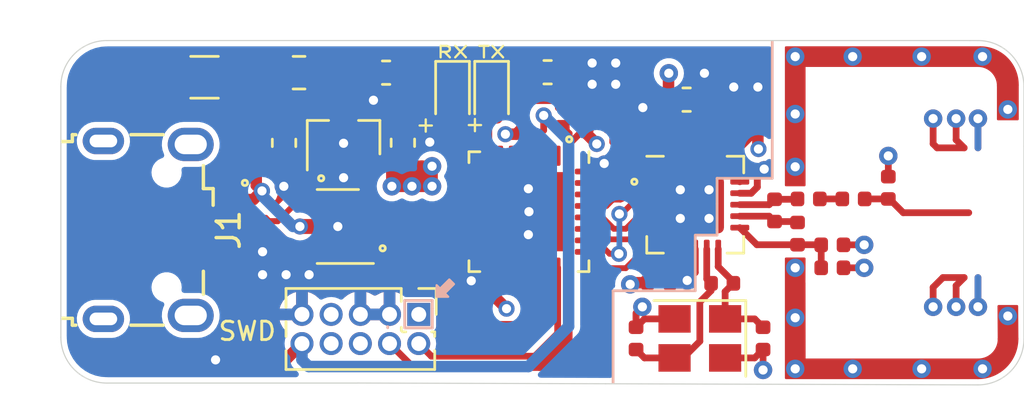
<source format=kicad_pcb>
(kicad_pcb (version 20211014) (generator pcbnew)
  (layers (0 "F.Cu" signal) (31 "B.Cu" signal) (34 "B.Paste" user) (35 "F.Paste" user) (36 "B.SilkS" user "B.Silkscreen") (37 "F.SilkS" user "F.Silkscreen") (38 "B.Mask" user) (39 "F.Mask" user) (44 "Edge.Cuts" user))
  (net 0 "")
  (net 1 "Net-(C1-Pad1)")
  (net 2 "GND")
  (net 3 "+3V3")
  (net 4 "Net-(D1-Pad1)")
  (net 5 "Net-(D1-Pad2)")
  (net 6 "Net-(D2-Pad1)")
  (net 7 "Net-(D2-Pad2)")
  (net 8 "Net-(F1-Pad1)")
  (net 9 "+5V")
  (net 10 "Net-(R1-Pad1)")
  (net 11 "/USB_CONN_D-")
  (net 12 "/USB_CONN_D+")
  (footprint "Package_DFN_QFN:QFN-32-1EP_5x5mm_P0.5mm_EP3.45x3.45mm" (layer "F.Cu") (at 155.015 84.205 -90)
    (fp_text reference "U3")
    (fp_text value "STM32L432KBU6")
  )
  (footprint "Resistor_SMD:R_0402_1005Metric" (layer "F.Cu") (at 158.565 80.015 90)
    (fp_text reference "R1")
    (fp_text value "2k2")
  )
  (footprint "LED_SMD:LED_0603_1608Metric" (layer "F.Cu") (at 153.39 79.1425 -90)
    (fp_text reference "D2")
    (fp_text value "YE")
  )
  (footprint "Fuse:Fuse_1206_3216Metric" (layer "F.Cu") (at 140.9 78.35 180)
    (fp_text reference "F1")
    (fp_text value "100mA")
  )
  (footprint "Resistor_SMD:R_0402_1005Metric" (layer "F.Cu") (at 163.425 87.325)
    (fp_text reference "R5")
    (fp_text value "1M")
  )
  (footprint "Package_TO_SOT_SMD:SOT-23" (layer "F.Cu") (at 146.95 80.99 90)
    (fp_text reference "U1")
    (fp_text value "XC6206P332MR")
  )
  (footprint "Resistor_SMD:R_0603_1608Metric" (layer "F.Cu") (at 155.8275 78.13)
    (fp_text reference "R3")
    (fp_text value "2k2")
  )
  (footprint "Inductor_SMD:L_0402_1005Metric" (layer "F.Cu") (at 166.7 85.16 90)
    (fp_text reference "L3")
    (fp_text value "2n7")
  )
  (footprint "Capacitor_SMD:C_0402_1005Metric" (layer "F.Cu") (at 142.785 90.66 180)
    (fp_text reference "C3")
    (fp_text value "100n" hide)
  )
  (footprint "Capacitor_SMD:C_0402_1005Metric" (layer "F.Cu") (at 160.465 80.625 180)
    (fp_text reference "C12")
    (fp_text value "33n")
  )
  (footprint "Capacitor_SMD:C_0402_1005Metric" (layer "F.Cu") (at 165.2 89.725 -90)
    (fp_text reference "C13")
    (fp_text value "12p")
  )
  (footprint "Package_DFN_QFN:QFN-20-1EP_4x4mm_P0.5mm_EP2.5x2.5mm" (layer "F.Cu") (at 162.25 83.9)
    (fp_text reference "U4")
    (fp_text value "nRF24L01P")
  )
  (footprint "Capacitor_SMD:C_0402_1005Metric" (layer "F.Cu") (at 156.465 80.02 90)
    (fp_text reference "C5")
    (fp_text value "100n")
  )
  (footprint "Capacitor_SMD:C_0603_1608Metric" (layer "F.Cu") (at 144.36 81.2075 -90)
    (fp_text reference "C1")
    (fp_text value "10u")
  )
  (footprint "Capacitor_SMD:C_0402_1005Metric" (layer "F.Cu") (at 169.135 83.65 180)
    (fp_text reference "C15")
    (fp_text value "1p5")
  )
  (footprint "Capacitor_SMD:C_0402_1005Metric" (layer "F.Cu") (at 159.675 89.725 90)
    (fp_text reference "C14")
    (fp_text value "12p")
  )
  (footprint "LED_SMD:LED_0603_1608Metric" (layer "F.Cu") (at 151.69 79.1425 -90)
    (fp_text reference "D1")
    (fp_text value "GR")
  )
  (footprint "Package_TO_SOT_SMD:SOT-23-6" (layer "F.Cu") (at 146.7 84.85 180)
    (fp_text reference "U2")
    (fp_text value "USBLC6-2SC6")
  )
  (footprint "Inductor_SMD:L_0402_1005Metric" (layer "F.Cu") (at 167.185 83.65)
    (fp_text reference "L1")
    (fp_text value "3n9")
  )
  (footprint "Crystal:Crystal_SMD_3225-4Pin_3.2x2.5mm" (layer "F.Cu") (at 162.45 89.725 180)
    (fp_text reference "Y1")
    (fp_text value "16MHz")
  )
  (footprint "Capacitor_SMD:C_0402_1005Metric" (layer "F.Cu") (at 152.99 87.88 180)
    (fp_text reference "C6")
    (fp_text value "100n")
  )
  (footprint "Connector_PinHeader_1.27mm:PinHeader_2x05_P1.27mm_Vertical" (layer "F.Cu") (at 150.22 88.68 -90)
    (fp_text reference "J3")
    (fp_text value "ARM 10pin" hide)
  )
  (footprint "Capacitor_SMD:C_0402_1005Metric" (layer "F.Cu") (at 168.215 85.65 180)
    (fp_text reference "C18")
    (fp_text value "4p7")
  )
  (footprint "Connector_USB:USB_Micro-B_Wuerth_629105150521" (layer "F.Cu") (at 138.45 85 -90)
    (fp_text reference "J1")
    (fp_text value "USB_B_Micro")
  )
  (footprint "Capacitor_SMD:C_0603_1608Metric" (layer "F.Cu") (at 149.53 81.2025 90)
    (fp_text reference "C2")
    (fp_text value "10u")
  )
  (footprint "Capacitor_SMD:C_0402_1005Metric" (layer "F.Cu") (at 164.975 80.165 90)
    (fp_text reference "C10")
    (fp_text value "10n")
  )
  (footprint "Capacitor_SMD:C_0402_1005Metric" (layer "F.Cu") (at 160.665 87.3)
    (fp_text reference "C9")
    (fp_text value "10n")
  )
  (footprint "Capacitor_SMD:C_0402_1005Metric" (layer "F.Cu") (at 154.79 80.02 90)
    (fp_text reference "C7")
    (fp_text value "100n")
  )
  (footprint "Capacitor_SMD:C_0603_1608Metric" (layer "F.Cu") (at 161.875 79.325)
    (fp_text reference "C8")
    (fp_text value "10u")
  )
  (footprint "Inductor_SMD:L_0402_1005Metric" (layer "F.Cu") (at 165.7 84.15 -90)
    (fp_text reference "L2")
    (fp_text value "8n2")
  )
  (footprint "Inductor_SMD:L_0805_2012Metric" (layer "F.Cu") (at 145.0125 78.15 180)
    (fp_text reference "FB1")
    (fp_text value "100 @ 100MHz")
  )
  (footprint "Resistor_SMD:R_0402_1005Metric" (layer "F.Cu") (at 163.925 80.16 90)
    (fp_text reference "R4")
    (fp_text value "22k")
  )
  (footprint "Capacitor_SMD:C_0402_1005Metric" (layer "F.Cu") (at 168.215 86.65 180)
    (fp_text reference "C17")
    (fp_text value "2n2")
  )
  (footprint "Capacitor_SMD:C_0402_1005Metric" (layer "F.Cu") (at 170.65 83.165 -90)
    (fp_text reference "C16")
    (fp_text value "1p")
  )
  (footprint "Resistor_SMD:R_0603_1608Metric" (layer "F.Cu") (at 148.8 78.15 180)
    (fp_text reference "R2")
    (fp_text value "2k2")
  )
  (footprint "Capacitor_SMD:C_0402_1005Metric" (layer "F.Cu") (at 162.425 80.625)
    (fp_text reference "C11")
    (fp_text value "10n")
  )
  (footprint "Capacitor_SMD:C_0402_1005Metric" (layer "F.Cu") (at 157.515 80.02 90)
    (fp_text reference "C4")
    (fp_text value "1u")
  )
  (gr_poly (pts (xy 176.26 89.75) (xy 175.46 89.75) (xy 175.45 88.32) (xy 176.25 88.32)) (layer "F.Cu") (width 0.1) (fill solid))
  (gr_arc (start 174.55 77.825) (mid 175.186396 78.088604) (end 175.45 78.725) (layer "F.Cu") (width 0.15))
  (gr_poly (pts (xy 174.65 77.85) (xy 167 77.85) (xy 167 83.05) (xy 166.2 83.05) (xy 166.2 77.05) (xy 174.65 77.05)) (layer "F.Cu") (width 0.1) (fill solid))
  (gr_arc (start 174.65 77.075) (mid 175.781371 77.543629) (end 176.25 78.675) (layer "F.Cu") (width 0.15))
  (gr_poly (pts (xy 167.0025 90.65) (xy 174.55 90.65) (xy 174.55 91.45) (xy 166.2 91.45) (xy 166.2 88.75) (xy 166.2 88.1) (xy 166.2 86.25) (xy 167 86.25) (xy 166.995 87.3) (xy 166.9975 87.3)) (layer "F.Cu") (width 0.1) (fill solid))
  (gr_arc (start 175.47 89.75) (mid 175.203467 90.393467) (end 174.56 90.66) (layer "F.Cu") (width 0.12))
  (gr_poly (pts (xy 174.925 77.15) (xy 175.5 77.375) (xy 175.975 77.825) (xy 176.175 78.25) (xy 176.175 78.65) (xy 175.5 78.65) (xy 175.475 78.475) (xy 175.3 78.125) (xy 174.975 77.9) (xy 174.6 77.775) (xy 174.65 77.1)) (layer "F.Cu") (width 0.1) (fill solid))
  (gr_poly (pts (xy 176.21 90) (xy 176.11 90.37) (xy 175.74 90.95) (xy 174.98 91.35) (xy 174.59 91.38) (xy 174.6 90.73) (xy 174.6 90.72) (xy 174.96 90.63) (xy 175.33 90.33) (xy 175.52 89.86) (xy 175.51 89.78) (xy 176.2 89.77)) (layer "F.Cu") (width 0.1) (fill solid))
  (gr_arc (start 176.25 89.74) (mid 175.752082 90.942082) (end 174.55 91.44) (layer "F.Cu") (width 0.12))
  (gr_poly (pts (xy 176.275 80.175) (xy 175.425 80.175) (xy 175.425 78.7) (xy 176.275 78.7)) (layer "F.Cu") (width 0.1) (fill solid))
  (gr_line (start 162.25 85.675) (end 162.25 87.65) (layer "B.SilkS") (width 0.12))
  (gr_line (start 165.6 82.75) (end 164.3 82.75) (layer "B.SilkS") (width 0.12))
  (gr_line (start 150.56 89.27) (end 149.61 89.27) (layer "B.SilkS") (width 0.12))
  (gr_line (start 158.675 87.65) (end 159.025 87.65) (layer "B.SilkS") (width 0.12))
  (gr_line (start 162.25 87.65) (end 160.2 87.65) (layer "B.SilkS") (width 0.12))
  (gr_line (start 164.275 82.75) (end 163.2 82.75) (layer "B.SilkS") (width 0.12))
  (gr_line (start 150.81 89.27) (end 150.56 89.27) (layer "B.SilkS") (width 0.12))
  (gr_line (start 165.6 76.8) (end 165.6 81.975) (layer "B.SilkS") (width 0.12))
  (gr_line (start 150.81 88.07) (end 150.81 88.42) (layer "B.SilkS") (width 0.12))
  (gr_line (start 150.81 88.42) (end 150.81 89.27) (layer "B.SilkS") (width 0.12))
  (gr_line (start 159.05 87.65) (end 160.2 87.65) (layer "B.SilkS") (width 0.12))
  (gr_line (start 149.61 89.22) (end 149.61 88.07) (layer "B.SilkS") (width 0.12))
  (gr_line (start 163.175 85.225) (end 162.575 85.225) (layer "B.SilkS") (width 0.12))
  (gr_line (start 165.6 82) (end 165.6 82.75) (layer "B.SilkS") (width 0.12))
  (gr_line (start 149.61 88.07) (end 150.81 88.07) (layer "B.SilkS") (width 0.12))
  (gr_line (start 163.2 84.975) (end 163.2 85.225) (layer "B.SilkS") (width 0.12))
  (gr_line (start 162.25 85.225) (end 162.25 85.675) (layer "B.SilkS") (width 0.12))
  (gr_line (start 158.675 87.65) (end 158.675 91.65) (layer "B.SilkS") (width 0.12))
  (gr_line (start 163.2 83.875) (end 163.2 84.975) (layer "B.SilkS") (width 0.12))
  (gr_poly (pts (xy 151.75 87.36) (xy 151.35 87.76) (xy 151.5 87.91) (xy 151 87.91) (xy 151 87.41) (xy 151.15 87.56) (xy 151.55 87.16)) (layer "B.SilkS") (width 0.1) (fill solid))
  (gr_line (start 163.2 82.75) (end 163.2 83.85) (layer "B.SilkS") (width 0.12))
  (gr_line (start 148.87 89.26) (end 148.87 89.21) (layer "B.SilkS") (width 0.12))
  (gr_line (start 162.55 85.225) (end 162.275 85.225) (layer "B.SilkS") (width 0.12))
  (gr_circle (center 145.975 82.75) (end 146 82.8) (layer "F.SilkS") (width 0.12) (fill none))
  (gr_circle (center 142.655901 82.95) (end 142.680901 83) (layer "F.SilkS") (width 0.12) (fill none))
  (gr_circle (center 156.765 81.055) (end 156.79 81.105) (layer "F.SilkS") (width 0.12) (fill none))
  (gr_circle (center 159.6 82.9) (end 159.625 82.95) (layer "F.SilkS") (width 0.12) (fill none))
  (gr_circle (center 148.65 85.8) (end 148.675 85.85) (layer "F.SilkS") (width 0.12) (fill none))
  (gr_arc (start 134.65 78.75) (mid 135.235786 77.335786) (end 136.65 76.75) (layer "Edge.Cuts") (width 0.05))
  (gr_line (start 147.55 91.67) (end 136.65 91.67) (layer "Edge.Cuts") (width 0.05))
  (gr_line (start 134.65 78.75) (end 134.65 89.67) (layer "Edge.Cuts") (width 0.05))
  (gr_line (start 176.55 84.25) (end 176.55 89.75) (layer "Edge.Cuts") (width 0.05))
  (gr_line (start 153.85 76.75) (end 158.4 76.75) (layer "Edge.Cuts") (width 0.05))
  (gr_arc (start 174.55 76.75) (mid 175.964214 77.335786) (end 176.55 78.75) (layer "Edge.Cuts") (width 0.05))
  (gr_line (start 176.55 84.25) (end 176.55 81.35) (layer "Edge.Cuts") (width 0.05))
  (gr_arc (start 136.65 91.67) (mid 135.235786 91.084214) (end 134.65 89.67) (layer "Edge.Cuts") (width 0.05))
  (gr_line (start 158.4 76.75) (end 174.2 76.75) (layer "Edge.Cuts") (width 0.05))
  (gr_arc (start 176.55 89.75) (mid 175.964214 91.164214) (end 174.55 91.75) (layer "Edge.Cuts") (width 0.05))
  (gr_line (start 174.2 76.75) (end 174.55 76.75) (layer "Edge.Cuts") (width 0.05))
  (gr_line (start 158.35 91.7) (end 147.55 91.668455) (layer "Edge.Cuts") (width 0.05))
  (gr_line (start 176.55 81.35) (end 176.55 78.75) (layer "Edge.Cuts") (width 0.05))
  (gr_line (start 174.55 91.75) (end 158.35 91.7) (layer "Edge.Cuts") (width 0.05))
  (gr_line (start 153.85 76.75) (end 136.65 76.75) (layer "Edge.Cuts") (width 0.05))
  (gr_text "SWD" (at 142.76 89.41) (layer "F.SilkS") (effects (font (size 0.8 0.8) (thickness 0.125))))
  (gr_text "+" (at 150.525 80.4) (layer "F.SilkS") (effects (font (size 0.7 0.7) (thickness 0.1))))
  (gr_text "+" (at 152.665 80.38) (layer "F.SilkS") (effects (font (size 0.7 0.7) (thickness 0.1))))
  (gr_text "TX" (at 153.39 77.255) (layer "F.SilkS") (effects (font (size 0.5 0.7) (thickness 0.1))))
  (gr_text "RX" (at 151.69 77.255) (layer "F.SilkS") (effects (font (size 0.5 0.7) (thickness 0.1))))
  (segment (start 158.162501 86.665001) (end 157.4525 85.955) (width 0.25) (layer "F.Cu") (net 0))
  (segment (start 165.7 84.635) (end 166.66 84.635) (width 0.29337) (layer "F.Cu") (net 0))
  (segment (start 164.1875 83.9) (end 165.465 83.9) (width 0.29337) (layer "F.Cu") (net 0))
  (segment (start 163.25 81.32) (end 163.925 80.645) (width 0.3) (layer "F.Cu") (net 0))
  (segment (start 158.074432 84.955) (end 158.529432 85.41) (width 0.25) (layer "F.Cu") (net 0))
  (segment (start 155.049601 87.601314) (end 155.11301 87.579126) (width 0.261112) (layer "F.Cu") (net 0))
  (segment (start 155.474364 90.99338) (end 149.99338 90.99338) (width 0.29337) (layer "F.Cu") (net 0))
  (segment (start 149.312845 84.617844) (end 150.876164 84.617844) (width 0.261112) (layer "F.Cu") (net 0))
  (segment (start 162.75 87.135) (end 162.94 87.325) (width 0.29337) (layer "F.Cu") (net 0))
  (segment (start 150.876164 84.617844) (end 151.652156 85.393836) (width 0.261112) (layer "F.Cu") (net 0))
  (segment (start 154.751641 87.674286) (end 154.808522 87.638545) (width 0.261112) (layer "F.Cu") (net 0))
  (segment (start 154.871931 88.201314) (end 154.808522 88.179126) (width 0.261112) (layer "F.Cu") (net 0))
  (segment (start 156.265 89.505) (end 156.265 86.6425) (width 0.29337) (layer "F.Cu") (net 0))
  (segment (start 157.4525 84.455) (end 158.210842 84.455) (width 0.25) (layer "F.Cu") (net 0))
  (segment (start 147.8 85.8) (end 148.595001 85.8) (width 0.261112) (layer "F.Cu") (net 0))
  (segment (start 155.169891 88.274286) (end 155.11301 88.238545) (width 0.261112) (layer "F.Cu") (net 0))
  (segment (start 154.638687 87.908836) (end 154.646209 87.842079) (width 0.261112) (layer "F.Cu") (net 0))
  (segment (start 155.656275 80.657623) (end 155.656275 80.012975) (width 0.29337) (layer "F.Cu") (net 0))
  (segment (start 163.25 81.9625) (end 163.25 81.32) (width 0.3) (layer "F.Cu") (net 0))
  (segment (start 155.275323 88.442079) (end 155.253135 88.37867) (width 0.261112) (layer "F.Cu") (net 0))
  (segment (start 155.11301 87.579126) (end 155.169891 87.543385) (width 0.261112) (layer "F.Cu") (net 0))
  (segment (start 152.216164 89.097844) (end 154.693836 89.097844) (width 0.261112) (layer "F.Cu") (net 0))
  (segment (start 155.275323 87.375592) (end 155.282844 87.308836) (width 0.261112) (layer "F.Cu") (net 0))
  (segment (start 155.27 90.5) (end 156.265 89.505) (width 0.29337) (layer "F.Cu") (net 0))
  (segment (start 157.938022 85.455) (end 158.523022 86.04) (width 0.25) (layer "F.Cu") (net 0))
  (segment (start 158.529432 85.41) (end 159.8025 85.41) (width 0.25) (layer "F.Cu") (net 0))
  (segment (start 155.265 81.048898) (end 155.656275 80.657623) (width 0.29337) (layer "F.Cu") (net 0))
  (segment (start 155.747156 86.660344) (end 155.765 86.6425) (width 0.261112) (layer "F.Cu") (net 0))
  (segment (start 149.99338 90.99338) (end 148.95 89.95) (width 0.29337) (layer "F.Cu") (net 0))
  (segment (start 155.282844 88.508836) (end 155.275323 88.442079) (width 0.261112) (layer "F.Cu") (net 0))
  (segment (start 144.43 90.66) (end 145.14 89.95) (width 0.5) (layer "F.Cu") (net 0))
  (segment (start 165.465 84.4) (end 165.7 84.635) (width 0.29337) (layer "F.Cu") (net 0))
  (segment (start 148.595001 83.9) (end 149.312845 84.617844) (width 0.261112) (layer "F.Cu") (net 0))
  (segment (start 159.9 84.4) (end 160.3125 84.4) (width 0.25) (layer "F.Cu") (net 0))
  (segment (start 163.91 87.325) (end 163.9 87.325) (width 0.29337) (layer "F.Cu") (net 0))
  (segment (start 164.835 88.875) (end 165.2 89.24) (width 0.29337) (layer "F.Cu") (net 0))
  (segment (start 155.282844 87.308836) (end 155.282844 86.660344) (width 0.261112) (layer "F.Cu") (net 0))
  (segment (start 169.62 83.65) (end 170.65 83.65) (width 0.29337) (layer "F.Cu") (net 0))
  (segment (start 163.55 87.685) (end 163.91 87.325) (width 0.29337) (layer "F.Cu") (net 0))
  (segment (start 160.04 90.575) (end 159.675 90.21) (width 0.29337) (layer "F.Cu") (net 0))
  (segment (start 161.725 90.575) (end 161.35 90.575) (width 0.29337) (layer "F.Cu") (net 0))
  (segment (start 159.015905 83.654999) (end 158.990885 83.680019) (width 0.25) (layer "F.Cu") (net 0))
  (segment (start 161.35 90.575) (end 161.574035 90.575) (width 0.29337) (layer "F.Cu") (net 0))
  (segment (start 154.704138 88.095882) (end 154.668397 88.039001) (width 0.261112) (layer "F.Cu") (net 0))
  (segment (start 148.595001 85.8) (end 149.312845 85.082156) (width 0.261112) (layer "F.Cu") (net 0))
  (segment (start 160.3125 83.4) (end 159.51 83.4) (width 0.25) (layer "F.Cu") (net 0))
  (segment (start 159.51 83.4) (end 159.5 83.41) (width 0.25) (layer "F.Cu") (net 0))
  (segment (start 158.705842 84.95) (end 159.229931 84.95) (width 0.25) (layer "F.Cu") (net 0))
  (segment (start 158.990885 83.680019) (end 158.662801 83.680019) (width 0.25) (layer "F.Cu") (net 0))
  (segment (start 150.77 90.5) (end 150.22 89.95) (width 0.29337) (layer "F.Cu") (net 0))
  (segment (start 158.25141 83.455) (end 158.476399 83.230011) (width 0.25) (layer "F.Cu") (net 0))
  (segment (start 155.747156 88.701164) (end 155.747156 86.660344) (width 0.261112) (layer "F.Cu") (net 0))
  (segment (start 162.45 88.135) (end 162.94 87.645) (width 0.29337) (layer "F.Cu") (net 0))
  (segment (start 163.55 88.875) (end 164.835 88.875) (width 0.29337) (layer "F.Cu") (net 0))
  (segment (start 158.38782 83.955) (end 158.662801 83.680019) (width 0.25) (layer "F.Cu") (net 0))
  (segment (start 147.8 83.9) (end 148.595001 83.9) (width 0.261112) (layer "F.Cu") (net 0))
  (segment (start 155.169891 87.543385) (end 155.217394 87.495882) (width 0.261112) (layer "F.Cu") (net 0))
  (segment (start 151.187844 88.726164) (end 152.023836 89.562156) (width 0.261112) (layer "F.Cu") (net 0))
  (segment (start 164.9325 85.645) (end 164.1875 84.9) (width 0.29337) (layer "F.Cu") (net 0))
  (segment (start 154.751641 88.143385) (end 154.704138 88.095882) (width 0.261112) (layer "F.Cu") (net 0))
  (segment (start 161.35 90.575) (end 160.04 90.575) (width 0.29337) (layer "F.Cu") (net 0))
  (segment (start 157.4525 83.955) (end 158.38782 83.955) (width 0.25) (layer "F.Cu") (net 0))
  (segment (start 162.94 87.645) (end 162.94 87.325) (width 0.29337) (layer "F.Cu") (net 0))
  (segment (start 150.683836 85.082156) (end 151.187844 85.586164) (width 0.261112) (layer "F.Cu") (net 0))
  (segment (start 158.804484 83.23001) (end 159.134494 82.9) (width 0.25) (layer "F.Cu") (net 0))
  (segment (start 154.886164 89.562156) (end 155.747156 88.701164) (width 0.261112) (layer "F.Cu") (net 0))
  (segment (start 167.67 83.65) (end 168.65 83.65) (width 0.29337) (layer "F.Cu") (net 0))
  (segment (start 160.057502 85.8375) (end 159.230001 86.665001) (width 0.25) (layer "F.Cu") (net 0))
  (segment (start 167.725 85.645) (end 167.73 85.65) (width 0.29337) (layer "F.Cu") (net 0))
  (segment (start 164.1875 84.4) (end 165.465 84.4) (width 0.29337) (layer "F.Cu") (net 0))
  (segment (start 159.055001 83.654999) (end 159.015905 83.654999) (width 0.25) (layer "F.Cu") (net 0))
  (segment (start 161.75 81.9625) (end 161.75 81.458586) (width 0.3) (layer "F.Cu") (net 0))
  (segment (start 159.5 83.41) (end 159.3 83.41) (width 0.25) (layer "F.Cu") (net 0))
  (segment (start 154.938687 88.208836) (end 154.871931 88.201314) (width 0.261112) (layer "F.Cu") (net 0))
  (segment (start 171.3 84.25) (end 174.15 84.25) (width 0.29337) (layer "F.Cu") (net 0))
  (segment (start 151.652156 85.393836) (end 151.652156 88.533836) (width 0.261112) (layer "F.Cu") (net 0))
  (segment (start 162.45 89.85) (end 161.725 90.575) (width 0.29337) (layer "F.Cu") (net 0))
  (segment (start 154.668397 88.039001) (end 154.646209 87.975592) (width 0.261112) (layer "F.Cu") (net 0))
  (segment (start 152.023836 89.562156) (end 154.886164 89.562156) (width 0.261112) (layer "F.Cu") (net 0))
  (segment (start 163.25 85.85) (end 163.25 85.8375) (width 0.29337) (layer "F.Cu") (net 0))
  (segment (start 154.646209 87.842079) (end 154.668397 87.77867) (width 0.261112) (layer "F.Cu") (net 0))
  (segment (start 155.282844 86.660344) (end 155.265 86.6425) (width 0.261112) (layer "F.Cu") (net 0))
  (segment (start 167.73 85.65) (end 167.73 86.65) (width 0.29337) (layer "F.Cu") (net 0))
  (segment (start 163.435 88.76) (end 163.55 88.875) (width 0.29337) (layer "F.Cu") (net 0))
  (segment (start 149.312845 85.082156) (end 150.683836 85.082156) (width 0.261112) (layer "F.Cu") (net 0))
  (segment (start 155.253135 87.439001) (end 155.275323 87.375592) (width 0.261112) (layer "F.Cu") (net 0))
  (segment (start 151.652156 88.533836) (end 152.216164 89.097844) (width 0.261112) (layer "F.Cu") (net 0))
  (segment (start 163.55 88.875) (end 163.55 87.685) (width 0.29337) (layer "F.Cu") (net 0))
  (segment (start 155.049601 88.216357) (end 154.982844 88.208836) (width 0.261112) (layer "F.Cu") (net 0))
  (segment (start 166.7 85.645) (end 164.9325 85.645) (width 0.29337) (layer "F.Cu") (net 0))
  (segment (start 161.25 85.8375) (end 160.057502 85.8375) (width 0.25) (layer "F.Cu") (net 0))
  (segment (start 163.91 87.325) (end 163.91 87.26) (width 0.29337) (layer "F.Cu") (net 0))
  (segment (start 156.765 89.702744) (end 156.765 86.6425) (width 0.29337) (layer "F.Cu") (net 0))
  (segment (start 170.7 83.65) (end 170.65 83.65) (width 0.29337) (layer "F.Cu") (net 0))
  (segment (start 155.217394 87.495882) (end 155.253135 87.439001) (width 0.261112) (layer "F.Cu") (net 0))
  (segment (start 160.95 80.658586) (end 160.95 80.625) (width 0.3) (layer "F.Cu") (net 0))
  (segment (start 166.7 85.645) (end 167.725 85.645) (width 0.29337) (layer "F.Cu") (net 0))
  (segment (start 155.253135 88.37867) (end 155.217394 88.321789) (width 0.261112) (layer "F.Cu") (net 0))
  (segment (start 154.938687 87.608836) (end 154.982844 87.608836) (width 0.261112) (layer "F.Cu") (net 0))
  (segment (start 162.75 85.8375) (end 162.75 87.135) (width 0.29337) (layer "F.Cu") (net 0))
  (segment (start 159.779931 84.4) (end 159.9 84.4) (width 0.25) (layer "F.Cu") (net 0))
  (segment (start 165.465 83.9) (end 165.7 83.665) (width 0.29337) (layer "F.Cu") (net 0))
  (segment (start 163.25 86.59338) (end 163.25 85.8375) (width 0.29337) (layer "F.Cu") (net 0))
  (segment (start 157.4525 84.955) (end 158.074432 84.955) (width 0.25) (layer "F.Cu") (net 0))
  (segment (start 155.217394 88.321789) (end 155.169891 88.274286) (width 0.261112) (layer "F.Cu") (net 0))
  (segment (start 159.134494 82.9) (end 160.3125 82.9) (width 0.25) (layer "F.Cu") (net 0))
  (segment (start 154.646209 87.975592) (end 154.638687 87.908836) (width 0.261112) (layer "F.Cu") (net 0))
  (segment (start 159.229931 84.95) (end 159.779931 84.4) (width 0.25) (layer "F.Cu") (net 0))
  (segment (start 154.808522 87.638545) (end 154.871931 87.616357) (width 0.261112) (layer "F.Cu") (net 0))
  (segment (start 151.187844 85.586164) (end 151.187844 88.726164) (width 0.261112) (layer "F.Cu") (net 0))
  (segment (start 155.11301 88.238545) (end 155.049601 88.216357) (width 0.261112) (layer "F.Cu") (net 0))
  (segment (start 154.693836 89.097844) (end 155.282844 88.508836) (width 0.261112) (layer "F.Cu") (net 0))
  (segment (start 158.476399 83.230011) (end 158.804484 83.23001) (width 0.25) (layer "F.Cu") (net 0))
  (segment (start 158.523022 86.04) (end 158.93 86.04) (width 0.25) (layer "F.Cu") (net 0))
  (segment (start 154.871931 87.616357) (end 154.938687 87.608836) (width 0.261112) (layer "F.Cu") (net 0))
  (segment (start 154.982844 87.608836) (end 155.049601 87.601314) (width 0.261112) (layer "F.Cu") (net 0))
  (segment (start 158.210842 84.455) (end 158.705842 84.95) (width 0.25) (layer "F.Cu") (net 0))
  (segment (start 154.668397 87.77867) (end 154.704138 87.721789) (width 0.261112) (layer "F.Cu") (net 0))
  (segment (start 159.230001 86.665001) (end 158.162501 86.665001) (width 0.25) (layer "F.Cu") (net 0))
  (segment (start 157.4525 83.455) (end 158.25141 83.455) (width 0.25) (layer "F.Cu") (net 0))
  (segment (start 159.3 83.41) (end 159.055001 83.654999) (width 0.25) (layer "F.Cu") (net 0))
  (segment (start 159.44641 83.9) (end 159.041391 84.305019) (width 0.25) (layer "F.Cu") (net 0))
  (segment (start 159.8025 85.41) (end 160.3125 84.9) (width 0.25) (layer "F.Cu") (net 0))
  (segment (start 163.91 87.26) (end 163.25 86.6) (width 0.29337) (layer "F.Cu") (net 0))
  (segment (start 165.7 83.665) (end 166.685 83.665) (width 0.29337) (layer "F.Cu") (net 0))
  (segment (start 171.3 84.25) (end 170.7 83.65) (width 0.29337) (layer "F.Cu") (net 0))
  (segment (start 162.45 89.85) (end 162.45 88.135) (width 0.29337) (layer "F.Cu") (net 0))
  (segment (start 154.704138 87.721789) (end 154.751641 87.674286) (width 0.261112) (layer "F.Cu") (net 0))
  (segment (start 166.66 84.635) (end 166.7 84.675) (width 0.29337) (layer "F.Cu") (net 0))
  (segment (start 160.3125 83.9) (end 159.44641 83.9) (width 0.25) (layer "F.Cu") (net 0))
  (segment (start 155.474364 90.99338) (end 156.765 89.702744) (width 0.29337) (layer "F.Cu") (net 0))
  (segment (start 155.265 81.7675) (end 155.265 81.048898) (width 0.29337) (layer "F.Cu") (net 0))
  (segment (start 161.75 81.458586) (end 160.95 80.658586) (width 0.3) (layer "F.Cu") (net 0))
  (segment (start 155.27 90.5) (end 150.77 90.5) (width 0.29337) (layer "F.Cu") (net 0))
  (segment (start 166.685 83.665) (end 166.7 83.65) (width 0.29337) (layer "F.Cu") (net 0))
  (segment (start 163.25 81.9625) (end 163.25 81.82) (width 0.3) (layer "F.Cu") (net 0))
  (segment (start 154.982844 88.208836) (end 154.938687 88.208836) (width 0.261112) (layer "F.Cu") (net 0))
  (segment (start 143.27 90.66) (end 144.43 90.66) (width 0.5) (layer "F.Cu") (net 0))
  (segment (start 154.808522 88.179126) (end 154.751641 88.143385) (width 0.261112) (layer "F.Cu") (net 0))
  (segment (start 159.041391 84.305019) (end 158.94991 84.305019) (width 0.25) (layer "F.Cu") (net 0))
  (segment (start 163.25 86.6) (end 163.25 86.59338) (width 0.29337) (layer "F.Cu") (net 0))
  (segment (start 157.4525 85.455) (end 157.938022 85.455) (width 0.25) (layer "F.Cu") (net 0))
  (via (at 155.656275 80.012975) (size 0.7) (drill 0.4) (layers "F.Cu" "B.Cu") (net 0))
  (via (at 158.93 86.04) (size 0.7) (drill 0.4) (layers "F.Cu" "B.Cu") (net 0))
  (via (at 158.94991 84.305019) (size 0.7) (drill 0.4) (layers "F.Cu" "B.Cu") (net 0))
  (segment (start 154.995 90.95) (end 145.43 90.95) (width 0.5) (layer "B.Cu") (net 0))
  (segment (start 154.995 90.95) (end 156.74 89.205) (width 0.5) (layer "B.Cu") (net 0))
  (segment (start 158.94991 84.305019) (end 158.94991 86.02009) (width 0.25) (layer "B.Cu") (net 0))
  (segment (start 145.43 90.95) (end 145.14 90.66) (width 0.5) (layer "B.Cu") (net 0))
  (segment (start 158.94991 86.02009) (end 158.93 86.04) (width 0.25) (layer "B.Cu") (net 0))
  (segment (start 156.74 81.0967) (end 155.656275 80.012975) (width 0.5) (layer "B.Cu") (net 0))
  (segment (start 156.74 89.205) (end 156.74 81.0967) (width 0.5) (layer "B.Cu") (net 0))
  (segment (start 145.14 90.66) (end 145.14 89.95) (width 0.5) (layer "B.Cu") (net 0))
  (segment (start 146.95 79.99) (end 144.79 79.99) (width 0.75) (layer "F.Cu") (net 1))
  (segment (start 145.95 78.15) (end 145.95 78.99) (width 0.75) (layer "F.Cu") (net 1))
  (segment (start 144.79 79.99) (end 144.36 80.42) (width 0.75) (layer "F.Cu") (net 1))
  (segment (start 145.95 78.99) (end 146.95 79.99) (width 0.75) (layer "F.Cu") (net 1))
  (segment (start 146 81.99) (end 146.215 81.99) (width 0.5) (layer "F.Cu") (net 2))
  (segment (start 143.425 86.95) (end 144.45 86.95) (width 0.5) (layer "F.Cu") (net 2))
  (segment (start 162.91 80.678586) (end 162.91 80.625) (width 0.3) (layer "F.Cu") (net 2))
  (segment (start 162.25 86.85) (end 161.9 87.2) (width 0.3) (layer "F.Cu") (net 2))
  (segment (start 157.94 82.455) (end 158.29 82.105) (width 0.3) (layer "F.Cu") (net 2))
  (segment (start 164.975 78.775) (end 164.975 79.68) (width 0.5) (layer "F.Cu") (net 2))
  (segment (start 157.765 77.73) (end 157.015 77.73) (width 0.5) (layer "F.Cu") (net 2))
  (segment (start 173.025 87.075) (end 172.6 87.5) (width 0.29337) (layer "F.Cu") (net 2))
  (segment (start 152.505 86.0275) (end 152.5775 85.955) (width 0.3) (layer "F.Cu") (net 2))
  (segment (start 162.25 85.8375) (end 162.25 86.85) (width 0.3) (layer "F.Cu") (net 2))
  (segment (start 173.95 87.075) (end 173.025 87.075) (width 0.29337) (layer "F.Cu") (net 2))
  (segment (start 166.6 91.05) (end 166.6 88.825) (width 0.75) (layer "F.Cu") (net 2))
  (segment (start 166.6 79.95) (end 166.6 77.45) (width 0.75) (layer "F.Cu") (net 2))
  (segment (start 152.505 87.88) (end 152.505 87.215) (width 0.3) (layer "F.Cu") (net 2))
  (segment (start 169.1 77.45) (end 172.1 77.45) (width 0.75) (layer "F.Cu") (net 2))
  (segment (start 162.91 79.5725) (end 162.6625 79.325) (width 0.5) (layer "F.Cu") (net 2))
  (segment (start 145.995 81.995) (end 146 81.99) (width 0.75) (layer "F.Cu") (net 2))
  (segment (start 164.95 82.65) (end 165.25 82.35) (width 0.3) (layer "F.Cu") (net 2))
  (segment (start 155.062026 79.262974) (end 154.79 79.535) (width 0.5) (layer "F.Cu") (net 2))
  (segment (start 166.6 86.65) (end 166.6 89.1) (width 0.75) (layer "F.Cu") (net 2))
  (segment (start 143.425 85.95) (end 143.425 86.95) (width 0.5) (layer "F.Cu") (net 2))
  (segment (start 162.6625 78.1875) (end 162.65 78.175) (width 0.5) (layer "F.Cu") (net 2))
  (segment (start 148.0125 78.15) (end 148.0125 79.1125) (width 0.5) (layer "F.Cu") (net 2))
  (segment (start 166.6 91.05) (end 169.1 91.05) (width 0.75) (layer "F.Cu") (net 2))
  (segment (start 149.94 80.415) (end 149.53 80.415) (width 0.75) (layer "F.Cu") (net 2))
  (segment (start 156.465 78.28) (end 156.615 78.13) (width 0.5) (layer "F.Cu") (net 2))
  (segment (start 143.425 85.95) (end 142 85.95) (width 0.5) (layer "F.Cu") (net 2))
  (segment (start 158.565 79.53) (end 158.565 78.88) (width 0.5) (layer "F.Cu") (net 2))
  (segment (start 157.525 79.545) (end 157.515 79.535) (width 0.5) (layer "F.Cu") (net 2))
  (segment (start 142.3 90.66) (end 141.38 90.66) (width 0.5) (layer "F.Cu") (net 2))
  (segment (start 161.8 87.3) (end 161.9 87.2) (width 0.5) (layer "F.Cu") (net 2))
  (segment (start 144.45 86.95) (end 145.45 86.95) (width 0.5) (layer "F.Cu") (net 2))
  (segment (start 168.7 85.65) (end 169.6 85.65) (width 0.29337) (layer "F.Cu") (net 2))
  (segment (start 172.775 81.425) (end 172.6 81.25) (width 0.29337) (layer "F.Cu") (net 2))
  (segment (start 169.1 91.05) (end 172.1 91.05) (width 0.75) (layer "F.Cu") (net 2))
  (segment (start 157.14 78.655) (end 156.615 78.13) (width 0.5) (layer "F.Cu") (net 2))
  (segment (start 164.683378 83.4) (end 164.95001 83.133368) (width 0.3) (layer "F.Cu") (net 2))
  (segment (start 157.765 78.655) (end 157.14 78.655) (width 0.5) (layer "F.Cu") (net 2))
  (segment (start 148.0125 79.1125) (end 148.25 79.35) (width 0.5) (layer "F.Cu") (net 2))
  (segment (start 174.55 81.425) (end 174.55 80.15) (width 0.29337) (layer "F.Cu") (net 2))
  (segment (start 144.35 82.005) (end 144.36 81.995) (width 0.5) (layer "F.Cu") (net 2))
  (segment (start 150.7 81.175) (end 149.94 80.415) (width 0.75) (layer "F.Cu") (net 2))
  (segment (start 173.6 80.15) (end 173.6 81.075) (width 0.29337) (layer "F.Cu") (net 2))
  (segment (start 168.7 86.65) (end 169.6 86.65) (width 0.29337) (layer "F.Cu") (net 2))
  (segment (start 164.835 90.575) (end 165.2 90.21) (width 0.29337) (layer "F.Cu") (net 2))
  (segment (start 146.95 81.225) (end 146.765 81.225) (width 0.5) (layer "F.Cu") (net 2))
  (segment (start 159.98 80.6925) (end 159.98 80.625) (width 0.3) (layer "F.Cu") (net 2))
  (segment (start 159.97 79.67) (end 159.97 80.615) (width 0.5) (layer "F.Cu") (net 2))
  (segment (start 166.6 82.25) (end 166.6 79.95) (width 0.75) (layer "F.Cu") (net 2))
  (segment (start 161.15 87.3) (end 161.8 87.3) (width 0.5) (layer "F.Cu") (net 2))
  (segment (start 156.192974 79.262974) (end 155.062026 79.262974) (width 0.5) (layer "F.Cu") (net 2))
  (segment (start 164.95001 82.75001) (end 164.95 82.75) (width 0.3) (layer "F.Cu") (net 2))
  (segment (start 146.765 81.225) (end 146 81.99) (width 0.5) (layer "F.Cu") (net 2))
  (segment (start 156.465 79.535) (end 156.465 78.28) (width 0.5) (layer "F.Cu") (net 2))
  (segment (start 147.8 84.85) (end 146.7 84.85) (width 0.5) (layer "F.Cu") (net 2))
  (segment (start 162.75 80.785) (end 162.91 80.625) (width 0.3) (layer "F.Cu") (net 2))
  (segment (start 173.6 87.425) (end 173.95 87.075) (width 0.29337) (layer "F.Cu") (net 2))
  (segment (start 144.35 83.1) (end 144.35 82.005) (width 0.5) (layer "F.Cu") (net 2))
  (segment (start 157.4525 82.455) (end 157.94 82.455) (width 0.3) (layer "F.Cu") (net 2))
  (segment (start 173.6 88.35) (end 173.6 87.425) (width 0.29337) (layer "F.Cu") (net 2))
  (segment (start 164.1875 83.4) (end 164.683378 83.4) (width 0.3) (layer "F.Cu") (net 2))
  (segment (start 163.55 90.575) (end 164.835 90.575) (width 0.29337) (layer "F.Cu") (net 2))
  (segment (start 157.515 78.905) (end 157.765 78.655) (width 0.5) (layer "F.Cu") (net 2))
  (segment (start 159.675 89.24) (end 159.675 88.625) (width 0.3) (layer "F.Cu") (net 2))
  (segment (start 144.36 81.995) (end 145.995 81.995) (width 0.75) (layer "F.Cu") (net 2))
  (segment (start 162.6625 79.325) (end 162.6625 78.1875) (width 0.5) (layer "F.Cu") (net 2))
  (segment (start 172.6 87.5) (end 172.6 88.35) (width 0.29337) (layer "F.Cu") (net 2))
  (segment (start 164.95001 83.133368) (end 164.95001 82.75001) (width 0.3) (layer "F.Cu") (net 2))
  (segment (start 141.625489 86.324511) (end 140.35 86.324511) (width 0.5) (layer "F.Cu") (net 2))
  (segment (start 156.465 79.535) (end 156.192974 79.262974) (width 0.5) (layer "F.Cu") (net 2))
  (segment (start 160.04 88.875) (end 159.675 89.24) (width 0.29337) (layer "F.Cu") (net 2))
  (segment (start 146.215 81.99) (end 146.95 82.725) (width 0.5) (layer "F.Cu") (net 2))
  (segment (start 166.6 88.825) (end 166.6 86.65) (width 0.75) (layer "F.Cu") (net 2))
  (segment (start 174.55 87.075) (end 174.55 88.35) (width 0.29337) (layer "F.Cu") (net 2))
  (segment (start 166.6 77.45) (end 169.1 77.45) (width 0.75) (layer "F.Cu") (net 2))
  (segment (start 162.91 80.625) (end 162.91 79.5725) (width 0.5) (layer "F.Cu") (net 2))
  (segment (start 157.015 77.73) (end 156.615 78.13) (width 0.5) (layer "F.Cu") (net 2))
  (segment (start 165.2 90.235) (end 165.2 91.125) (width 0.29337) (layer "F.Cu") (net 2))
  (segment (start 173.95 81.425) (end 172.775 81.425) (width 0.29337) (layer "F.Cu") (net 2))
  (segment (start 170.65 82.68) (end 170.65 81.775) (width 0.29337) (layer "F.Cu") (net 2))
  (segment (start 142 85.95) (end 141.625489 86.324511) (width 0.5) (layer "F.Cu") (net 2))
  (segment (start 163.925 78.775) (end 163.925 79.675) (width 0.5) (layer "F.Cu") (net 2))
  (segment (start 161.15 87.3) (end 161.15 87.35) (width 0.3) (layer "F.Cu") (net 2))
  (segment (start 161.35 88.875) (end 160.04 88.875) (width 0.29337) (layer "F.Cu") (net 2))
  (segment (start 152.505 87.215) (end 152.505 86.0275) (width 0.3) (layer "F.Cu") (net 2))
  (segment (start 159.97 80.615) (end 159.98 80.625) (width 0.5) (layer "F.Cu") (net 2))
  (segment (start 173.6 81.075) (end 173.95 81.425) (width 0.29337) (layer "F.Cu") (net 2))
  (segment (start 162.75 81.9625) (end 162.75 80.785) (width 0.3) (layer "F.Cu") (net 2))
  (segment (start 172.6 81.25) (end 172.6 80.15) (width 0.29337) (layer "F.Cu") (net 2))
  (segment (start 158.565 78.88) (end 158.79 78.655) (width 0.5) (layer "F.Cu") (net 2))
  (segment (start 157.515 79.535) (end 157.515 78.905) (width 0.5) (layer "F.Cu") (net 2))
  (segment (start 156.465 79.535) (end 157.515 79.535) (width 0.5) (layer "F.Cu") (net 2))
  (segment (start 164.95 82.75) (end 164.95 82.65) (width 0.3) (layer "F.Cu") (net 2))
  (via (at 163.925 78.775) (size 0.8) (drill 0.4) (layers "F.Cu" "B.Cu") (net 2))
  (via (at 146.95 82.725) (size 0.8) (drill 0.4) (layers "F.Cu" "B.Cu") (net 2))
  (via (at 141.38 90.66) (size 0.8) (drill 0.4) (layers "F.Cu" "B.Cu") (net 2))
  (via (at 164.975 78.775) (size 0.8) (drill 0.4) (layers "F.Cu" "B.Cu") (net 2))
  (via (at 172.1 77.45) (size 0.8) (drill 0.4) (layers "F.Cu" "B.Cu") (net 2))
  (via (at 143.425 86.95) (size 0.8) (drill 0.4) (layers "F.Cu" "B.Cu") (net 2))
  (via (at 174.75 77.45) (size 0.8) (drill 0.4) (layers "F.Cu" "B.Cu") (net 2))
  (via (at 154.99 83.205) (size 0.8) (drill 0.4) (layers "F.Cu" "B.Cu") (net 2))
  (via (at 172.6 80.15) (size 0.8) (drill 0.4) (layers "F.Cu" "B.Cu") (net 2))
  (via (at 166.6 77.45) (size 0.8) (drill 0.4) (layers "F.Cu" "B.Cu") (net 2))
  (via (at 157.765 78.655) (size 0.8) (drill 0.4) (layers "F.Cu" "B.Cu") (net 2))
  (via (at 175.85 79.75) (size 0.8) (drill 0.4) (layers "F.Cu" "B.Cu") (net 2))
  (via (at 166.6 86.65) (size 0.8) (drill 0.4) (layers "F.Cu" "B.Cu") (net 2))
  (via (at 146.7 84.85) (size 0.7) (drill 0.4) (layers "F.Cu" "B.Cu") (net 2))
  (via (at 175.85 88.75) (size 0.8) (drill 0.4) (layers "F.Cu" "B.Cu") (net 2))
  (via (at 174.55 88.35) (size 0.8) (drill 0.4) (layers "F.Cu" "B.Cu") (net 2))
  (via (at 169.6 85.65) (size 0.8) (drill 0.4) (layers "F.Cu" "B.Cu") (net 2))
  (via (at 165.2 91.1) (size 0.8) (drill 0.4) (layers "F.Cu" "B.Cu") (net 2))
  (via (at 170.65 81.775) (size 0.8) (drill 0.4) (layers "F.Cu" "B.Cu") (net 2))
  (via (at 173.6 80.15) (size 0.8) (drill 0.4) (layers "F.Cu" "B.Cu") (net 2))
  (via (at 155.015 84.205) (size 0.8) (drill 0.4) (layers "F.Cu" "B.Cu") (net 2))
  (via (at 150.7 81.175) (size 0.8) (drill 0.4) (layers "F.Cu" "B.Cu") (net 2))
  (via (at 166.6 79.95) (size 0.8) (drill 0.4) (layers "F.Cu" "B.Cu") (net 2))
  (via (at 157.765 77.73) (size 0.8) (drill 0.4) (layers "F.Cu" "B.Cu") (net 2))
  (via (at 162.65 78.175) (size 0.8) (drill 0.4) (layers "F.Cu" "B.Cu") (net 2))
  (via (at 174.75 91.05) (size 0.8) (drill 0.4) (layers "F.Cu" "B.Cu") (net 2))
  (via (at 158.79 77.73) (size 0.8) (drill 0.4) (layers "F.Cu" "B.Cu") (net 2))
  (via (at 161.6 84.5) (size 0.7) (drill 0.4) (layers "F.Cu" "B.Cu") (net 2))
  (via (at 162.85 83.25) (size 0.7) (drill 0.4) (layers "F.Cu" "B.Cu") (net 2))
  (via (at 172.6 88.35) (size 0.8) (drill 0.4) (layers "F.Cu" "B.Cu") (net 2))
  (via (at 158.29 82.105) (size 0.7) (drill 0.4) (layers "F.Cu" "B.Cu") (net 2))
  (via (at 162.85 84.5) (size 0.7) (drill 0.4) (layers "F.Cu" "B.Cu") (net 2))
  (via (at 148.25 79.35) (size 0.8) (drill 0.4) (layers "F.Cu" "B.Cu") (net 2))
  (via (at 166.6 91.05) (size 0.8) (drill 0.4) (layers "F.Cu" "B.Cu") (net 2))
  (via (at 144.35 83.1) (size 0.8) (drill 0.4) (layers "F.Cu" "B.Cu") (net 2))
  (via (at 152.505 87.215) (size 0.7) (drill 0.4) (layers "F.Cu" "B.Cu") (net 2))
  (via (at 169.1 91.05) (size 0.8) (drill 0.4) (layers "F.Cu" "B.Cu") (net 2))
  (via (at 159.95 88.35) (size 0.8) (drill 0.4) (layers "F.Cu" "B.Cu") (net 2))
  (via (at 165.25 82.35) (size 0.7) (drill 0.4) (layers "F.Cu" "B.Cu") (net 2))
  (via (at 166.6 82.25) (size 0.8) (drill 0.4) (layers "F.Cu" "B.Cu") (net 2))
  (via (at 144.45 86.95) (size 0.8) (drill 0.4) (layers "F.Cu" "B.Cu") (net 2))
  (via (at 169.1 77.45) (size 0.8) (drill 0.4) (layers "F.Cu" "B.Cu") (net 2))
  (via (at 143.425 85.95) (size 0.8) (drill 0.4) (layers "F.Cu" "B.Cu") (net 2))
  (via (at 174.55 80.15) (size 0.8) (drill 0.4) (layers "F.Cu" "B.Cu") (net 2))
  (via (at 154.99 85.205) (size 0.8) (drill 0.4) (layers "F.Cu" "B.Cu") (net 2))
  (via (at 146.95 81.225) (size 0.8) (drill 0.4) (layers "F.Cu" "B.Cu") (net 2))
  (via (at 172.1 91.05) (size 0.8) (drill 0.4) (layers "F.Cu" "B.Cu") (net 2))
  (via (at 161.9 87.2) (size 0.8) (drill 0.4) (layers "F.Cu" "B.Cu") (net 2))
  (via (at 159.97 79.67) (size 0.8) (drill 0.4) (layers "F.Cu" "B.Cu") (net 2))
  (via (at 161.6 83.25) (size 0.7) (drill 0.4) (layers "F.Cu" "B.Cu") (net 2))
  (via (at 169.6 86.65) (size 0.8) (drill 0.4) (layers "F.Cu" "B.Cu") (net 2))
  (via (at 173.6 88.35) (size 0.8) (drill 0.4) (layers "F.Cu" "B.Cu") (net 2))
  (via (at 145.45 86.95) (size 0.8) (drill 0.4) (layers "F.Cu" "B.Cu") (net 2))
  (via (at 166.6 88.825) (size 0.8) (drill 0.4) (layers "F.Cu" "B.Cu") (net 2))
  (via (at 158.79 78.655) (size 0.8) (drill 0.4) (layers "F.Cu" "B.Cu") (net 2))
  (segment (start 174.55 81.425) (end 174.55 80.15) (width 0.29337) (layer "B.Cu") (net 2))
  (segment (start 174.55 87.075) (end 174.55 88.35) (width 0.29337) (layer "B.Cu") (net 2))
  (segment (start 154.765 81.7675) (end 154.765 80.53) (width 0.29337) (layer "F.Cu") (net 3))
  (segment (start 161.0875 78.1875) (end 161.1 78.175) (width 0.5) (layer "F.Cu") (net 3))
  (segment (start 164.1875 82.9) (end 164.1875 81.4375) (width 0.3) (layer "F.Cu") (net 3))
  (segment (start 149.925 83.1) (end 149.925 82.385) (width 0.5) (layer "F.Cu") (net 3))
  (segment (start 149.53 82.62) (end 149.05 83.1) (width 0.5) (layer "F.Cu") (net 3))
  (segment (start 153.265 87.67) (end 153.475 87.88) (width 0.3) (layer "F.Cu") (net 3))
  (segment (start 161.8 80.765) (end 161.94 80.625) (width 0.3) (layer "F.Cu") (net 3))
  (segment (start 156.765 81.255) (end 157.515 80.505) (width 0.29337) (layer "F.Cu") (net 3))
  (segment (start 149.925 82.385) (end 149.53 81.99) (width 0.5) (layer "F.Cu") (net 3))
  (segment (start 164.975 80.65) (end 164.975 81.45) (width 0.5) (layer "F.Cu") (net 3))
  (segment (start 150.8 83.1) (end 149.925 83.1) (width 0.5) (layer "F.Cu") (net 3))
  (segment (start 162.25 81.9625) (end 162.25 80.935) (width 0.3) (layer "F.Cu") (net 3))
  (segment (start 150.35 82.225) (end 149.765 82.225) (width 0.5) (layer "F.Cu") (net 3))
  (segment (start 153.49 87.88) (end 154.04 88.43) (width 0.5) (layer "F.Cu") (net 3))
  (segment (start 156.765 81.7675) (end 156.765 81.255) (width 0.29337) (layer "F.Cu") (net 3))
  (segment (start 150.8 82.225) (end 150.35 82.225) (width 0.5) (layer "F.Cu") (net 3))
  (segment (start 154.465 80.83) (end 154.79 80.505) (width 0.5) (layer "F.Cu") (net 3))
  (segment (start 149.05 83.1) (end 149.05 82.47) (width 0.5) (layer "F.Cu") (net 3))
  (segment (start 161.94 80.1775) (end 161.0875 79.325) (width 0.5) (layer "F.Cu") (net 3))
  (segment (start 160.18 86.645) (end 160.24999 86.57501) (width 0.25) (layer "F.Cu") (net 3))
  (segment (start 149.53 81.99) (end 149.53 82.705) (width 0.5) (layer "F.Cu") (net 3))
  (segment (start 162.25 80.935) (end 161.94 80.625) (width 0.3) (layer "F.Cu") (net 3))
  (segment (start 149.05 82.47) (end 149.53 81.99) (width 0.5) (layer "F.Cu") (net 3))
  (segment (start 150.8 82.225) (end 150.8 83.1) (width 0.5) (layer "F.Cu") (net 3))
  (segment (start 150.8 83.1) (end 150.35 82.65) (width 0.5) (layer "F.Cu") (net 3))
  (segment (start 150.64 83.1) (end 149.53 81.99) (width 0.5) (layer "F.Cu") (net 3))
  (segment (start 149.05 83.1) (end 149.925 83.1) (width 0.5) (layer "F.Cu") (net 3))
  (segment (start 161.75 86.298022) (end 161.75 85.8375) (width 0.25) (layer "F.Cu") (net 3))
  (segment (start 156.765 81.7675) (end 156.765 80.805) (width 0.29337) (layer "F.Cu") (net 3))
  (segment (start 154.765 80.53) (end 154.79 80.505) (width 0.29337) (layer "F.Cu") (net 3))
  (segment (start 159.49 87.3) (end 159.42 87.37) (width 0.5) (layer "F.Cu") (net 3))
  (segment (start 149.765 82.225) (end 149.53 81.99) (width 0.5) (layer "F.Cu") (net 3))
  (segment (start 160.24999 86.57501) (end 161.473012 86.57501) (width 0.25) (layer "F.Cu") (net 3))
  (segment (start 149.53 82.705) (end 149.925 83.1) (width 0.5) (layer "F.Cu") (net 3))
  (segment (start 160.18 87.3) (end 159.49 87.3) (width 0.5) (layer "F.Cu") (net 3))
  (segment (start 149.53 81.99) (end 149.53 82.62) (width 0.5) (layer "F.Cu") (net 3))
  (segment (start 161.0875 79.325) (end 161.0875 78.1875) (width 0.5) (layer "F.Cu") (net 3))
  (segment (start 153.99 80.83) (end 154.465 80.83) (width 0.5) (layer "F.Cu") (net 3))
  (segment (start 147.9 81.99) (end 149.53 81.99) (width 0.75) (layer "F.Cu") (net 3))
  (segment (start 164.975 81.45) (end 165 81.475) (width 0.5) (layer "F.Cu") (net 3))
  (segment (start 150.8 83.1) (end 150.64 83.1) (width 0.5) (layer "F.Cu") (net 3))
  (segment (start 160.18 87.3) (end 160.18 86.645) (width 0.25) (layer "F.Cu") (net 3))
  (segment (start 156.765 80.805) (end 156.465 80.505) (width 0.29337) (layer "F.Cu") (net 3))
  (segment (start 157.515 80.805) (end 157.965 81.255) (width 0.5) (layer "F.Cu") (net 3))
  (segment (start 161.94 80.625) (end 161.94 80.1775) (width 0.5) (layer "F.Cu") (net 3))
  (segment (start 157.515 80.505) (end 157.515 80.805) (width 0.5) (layer "F.Cu") (net 3))
  (segment (start 161.473012 86.57501) (end 161.75 86.298022) (width 0.25) (layer "F.Cu") (net 3))
  (segment (start 150.35 82.65) (end 150.35 82.225) (width 0.5) (layer "F.Cu") (net 3))
  (segment (start 165 80.675) (end 164.975 80.65) (width 0.3) (layer "F.Cu") (net 3))
  (segment (start 153.265 86.6425) (end 153.265 87.67) (width 0.3) (layer "F.Cu") (net 3))
  (segment (start 153.475 87.88) (end 153.49 87.88) (width 0.5) (layer "F.Cu") (net 3))
  (segment (start 164.1875 81.4375) (end 164.975 80.65) (width 0.3) (layer "F.Cu") (net 3))
  (via (at 157.965 81.255) (size 0.7) (drill 0.4) (layers "F.Cu" "B.Cu") (net 3))
  (via (at 153.99 80.83) (size 0.7) (drill 0.4) (layers "F.Cu" "B.Cu") (net 3))
  (via (at 149.925 83.1) (size 0.8) (drill 0.4) (layers "F.Cu" "B.Cu") (net 3))
  (via (at 149.05 83.1) (size 0.8) (drill 0.4) (layers "F.Cu" "B.Cu") (net 3))
  (via (at 161.1 78.175) (size 0.8) (drill 0.4) (layers "F.Cu" "B.Cu") (net 3))
  (via (at 165 81.475) (size 0.7) (drill 0.4) (layers "F.Cu" "B.Cu") (net 3))
  (via (at 154.04 88.43) (size 0.7) (drill 0.4) (layers "F.Cu" "B.Cu") (net 3))
  (via (at 150.8 83.1) (size 0.8) (drill 0.4) (layers "F.Cu" "B.Cu") (net 3))
  (via (at 159.42 87.37) (size 0.8) (drill 0.4) (layers "F.Cu" "B.Cu") (net 3))
  (via (at 150.8 82.225) (size 0.8) (drill 0.4) (layers "F.Cu" "B.Cu") (net 3))
  (segment (start 149.5875 78.15) (end 151.025 78.15) (width 0.5) (layer "F.Cu") (net 4))
  (segment (start 151.025 78.15) (end 151.25 78.375) (width 0.5) (layer "F.Cu") (net 4))
  (segment (start 149.6 78.1625) (end 149.5875 78.15) (width 0.75) (layer "F.Cu") (net 4))
  (segment (start 152.5775 82.455) (end 152.5775 80.8175) (width 0.3) (layer "F.Cu") (net 5))
  (segment (start 152.5775 80.8175) (end 151.69 79.93) (width 0.3) (layer "F.Cu") (net 5))
  (segment (start 155.04 78.13) (end 153.615 78.13) (width 0.5) (layer "F.Cu") (net 6))
  (segment (start 153.615 78.13) (end 153.39 78.355) (width 0.5) (layer "F.Cu") (net 6))
  (segment (start 153.265 81.7675) (end 153.265 80.055) (width 0.3) (layer "F.Cu") (net 7))
  (segment (start 153.265 80.055) (end 153.39 79.93) (width 0.3) (layer "F.Cu") (net 7))
  (segment (start 142.5 78.15) (end 142.3 78.35) (width 0.75) (layer "F.Cu") (net 8))
  (segment (start 144.075 78.15) (end 142.5 78.15) (width 0.75) (layer "F.Cu") (net 8))
  (segment (start 143.4 83.3) (end 143.024511 83.675489) (width 0.5) (layer "F.Cu") (net 9))
  (segment (start 139.5 79.225) (end 140.025 79.75) (width 0.5) (layer "F.Cu") (net 9))
  (segment (start 139.5 78.35) (end 139.5 79.225) (width 0.5) (layer "F.Cu") (net 9))
  (segment (start 145.6 84.85) (end 144.95 84.85) (width 0.5) (layer "F.Cu") (net 9))
  (segment (start 142.45 79.75) (end 143.15 80.45) (width 0.5) (layer "F.Cu") (net 9))
  (segment (start 143.15 80.45) (end 143.15 83.05) (width 0.5) (layer "F.Cu") (net 9))
  (segment (start 143.024511 83.675489) (end 140.35 83.675489) (width 0.5) (layer "F.Cu") (net 9))
  (segment (start 140.025 79.75) (end 142.45 79.75) (width 0.5) (layer "F.Cu") (net 9))
  (segment (start 139.5 78.35) (end 139.5 78.55) (width 0.5) (layer "F.Cu") (net 9))
  (segment (start 143.15 83.05) (end 143.4 83.3) (width 0.5) (layer "F.Cu") (net 9))
  (via (at 143.4 83.3) (size 0.7) (drill 0.4) (layers "F.Cu" "B.Cu") (net 9))
  (via (at 145.05 84.85) (size 0.7) (drill 0.4) (layers "F.Cu" "B.Cu") (net 9))
  (segment (start 143.4 83.5) (end 143.4 83.3) (width 0.5) (layer "B.Cu") (net 9))
  (segment (start 144.75 84.85) (end 143.4 83.5) (width 0.5) (layer "B.Cu") (net 9))
  (segment (start 158.64 81.18) (end 159.065 81.605) (width 0.25) (layer "F.Cu") (net 10))
  (segment (start 157.4525 82.955) (end 158.115 82.955) (width 0.25) (layer "F.Cu") (net 10))
  (segment (start 159.065 81.605) (end 159.065 82.333084) (width 0.25) (layer "F.Cu") (net 10))
  (segment (start 158.618083 82.780001) (end 159.065 82.333084) (width 0.25) (layer "F.Cu") (net 10))
  (segment (start 158.289999 82.780001) (end 158.618083 82.780001) (width 0.25) (layer "F.Cu") (net 10))
  (segment (start 158.64 80.68) (end 158.64 81.18) (width 0.25) (layer "F.Cu") (net 10))
  (segment (start 158.115 82.955) (end 158.289999 82.780001) (width 0.25) (layer "F.Cu") (net 10))
  (segment (start 141.425001 84.45) (end 143.57832 84.45) (width 0.2) (layer "F.Cu") (net 11))
  (segment (start 143.746164 84.617844) (end 144.087155 84.617844) (width 0.261112) (layer "F.Cu") (net 11))
  (segment (start 140.35 84.35) (end 141.325001 84.35) (width 0.2) (layer "F.Cu") (net 11))
  (segment (start 141.325001 84.35) (end 141.425001 84.45) (width 0.2) (layer "F.Cu") (net 11))
  (segment (start 144.087155 84.617844) (end 144.804999 83.9) (width 0.261112) (layer "F.Cu") (net 11))
  (segment (start 144.804999 83.9) (end 145.6 83.9) (width 0.261112) (layer "F.Cu") (net 11))
  (segment (start 143.57832 84.45) (end 143.746164 84.617844) (width 0.2) (layer "F.Cu") (net 11))
  (segment (start 140.35 85) (end 141.325001 85) (width 0.2) (layer "F.Cu") (net 12))
  (segment (start 144.804999 85.8) (end 145.6 85.8) (width 0.261112) (layer "F.Cu") (net 12))
  (segment (start 141.325001 85) (end 141.425001 84.9) (width 0.2) (layer "F.Cu") (net 12))
  (segment (start 144.087155 85.082156) (end 144.804999 85.8) (width 0.261112) (layer "F.Cu") (net 12))
  (segment (start 143.553836 85.082156) (end 144.087155 85.082156) (width 0.261112) (layer "F.Cu") (net 12))
  (segment (start 143.37168 84.9) (end 143.553836 85.082156) (width 0.2) (layer "F.Cu") (net 12))
  (segment (start 141.425001 84.9) (end 143.37168 84.9) (width 0.2) (layer "F.Cu") (net 12))
  (zone (net 2) (net_name "GND") (layer "F.Cu") (connect_pads (clearance 0.35)) (min_thickness 0.25) (fill yes (thermal_gap 0.508) (thermal_bridge_width 0.508))
    (polygon (pts (xy 165.6 82.7) (xy 164.825 82.725) (xy 164.825 83.225) (xy 163.225 83.225) (xy 163.225 85.225) (xy 162.25 85.225) (xy 162.25 87.55) (xy 158.675 87.55) (xy 158.675 91.75) (xy 134.625 91.725) (xy 134.625 76.7) (xy 165.6 76.75)))
  )
  (zone (net 2) (net_name "GND") (layer "B.Cu") (connect_pads (clearance 0.254)) (min_thickness 0.254) (fill yes (thermal_gap 0.508) (thermal_bridge_width 0.508))
    (polygon (pts (xy 165.6 82.725) (xy 163.2 82.725) (xy 163.2 85.225) (xy 162.25 85.225) (xy 162.25 87.55) (xy 159.875 87.55) (xy 158.675 87.55) (xy 158.675 91.75) (xy 134.625 91.725) (xy 134.625 76.7) (xy 165.6 76.75)))
  )
)
</source>
